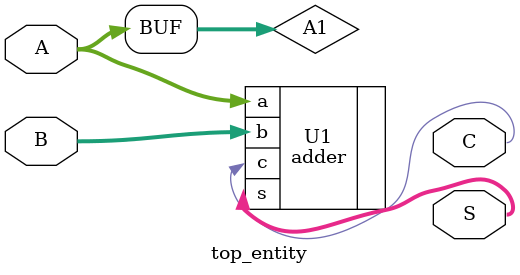
<source format=v>
module top_entity(A,B,S,C);
	input [3:0]A,B;
	output [3:0]S;
	output C;
	
	defparam U1.N = 4;
	
	wire [3:0]A1;
	
	
	assign A1 = A;
	
//	adder U1(A,B,S,C);

	adder #(.N(4)) U1(.a(A1),
							.b(B),
							.s(S),
							.c(C)				
							);
				
endmodule

</source>
